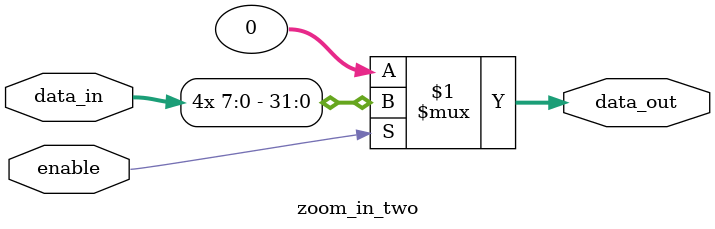
<source format=v>
module zoom_in_two (
    enable,
    data_in,
    data_out
);
    input enable;
    input [7:0] data_in;
    output [31:0] data_out;

    //replica o mesmo pixel 4 vezes
    assign data_out = (enable) ? {data_in[7:0], data_in[7:0], data_in[7:0], data_in[7:0]} : 32'b0;


endmodule
</source>
